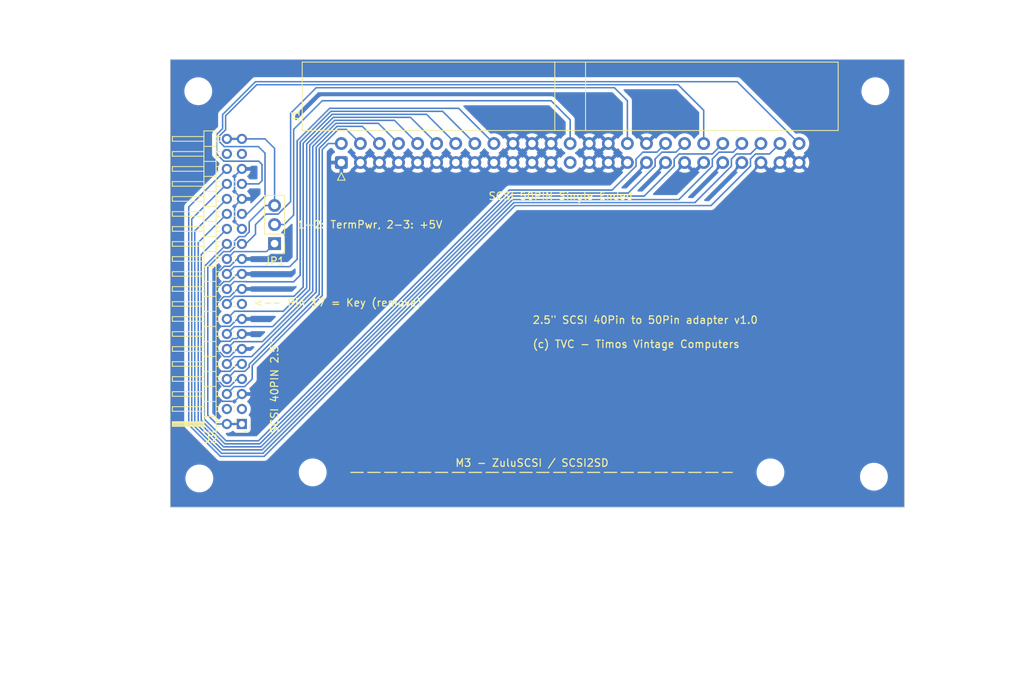
<source format=kicad_pcb>
(kicad_pcb (version 20221018) (generator pcbnew)
  (layers (0 "F.Cu" signal) (31 "B.Cu" signal) (34 "B.Paste" user) (35 "F.Paste" user) (36 "B.SilkS" user "B.Silkscreen") (37 "F.SilkS" user "F.Silkscreen") (38 "B.Mask" user) (39 "F.Mask" user) (44 "Edge.Cuts" user))
  (net 0 "")
  (net 1 "GND")
  (net 2 "Net-(J1-Pin_2)")
  (net 3 "Net-(J1-Pin_4)")
  (net 4 "Net-(J1-Pin_6)")
  (net 5 "Net-(J1-Pin_8)")
  (net 6 "Net-(J1-Pin_10)")
  (net 7 "Net-(J1-Pin_12)")
  (net 8 "Net-(J1-Pin_14)")
  (net 9 "Net-(J1-Pin_16)")
  (net 10 "Net-(J1-Pin_18)")
  (net 12 "+5V")
  (net 13 "Net-(J1-Pin_32)")
  (net 14 "Net-(J1-Pin_36)")
  (net 15 "Net-(J1-Pin_38)")
  (net 16 "Net-(J1-Pin_40)")
  (net 17 "Net-(J1-Pin_42)")
  (net 18 "Net-(J1-Pin_44)")
  (net 19 "Net-(J1-Pin_46)")
  (net 20 "Net-(J1-Pin_48)")
  (net 21 "Net-(J1-Pin_50)")
  (net 25 "Net-(J1-Pin_26)")
  (net 28 "Net-(J2-Pin_24)")
  (footprint "MountingHole:MountingHole_3.2mm_M3" (layer "F.Cu") (at 59.69 71.12)
    (fp_text reference "REF**" hide)
    (fp_text value "MountingHole_3.2mm_M3" hide)
    (pad "" np_thru_hole circle (at 0 0) (size 3.2 3.2) (drill 3.2) (layers "*.Cu" "*.Mask"))
  )
  (footprint "MountingHole:MountingHole_3.2mm_M3" (layer "F.Cu") (at 149.671509 122.493984)
    (fp_text reference "REF**" hide)
    (fp_text value "MountingHole_3.2mm_M3" hide)
    (pad "" np_thru_hole circle (at 0 0) (size 3.2 3.2) (drill 3.2) (layers "*.Cu" "*.Mask"))
  )
  (footprint "Connector_PinHeader_2.54mm:PinHeader_1x03_P2.54mm_Vertical" (layer "F.Cu") (at 69.85 91.425 180)
    (fp_text reference "JP1" (at 0 -2.33) (layer "F.SilkS"))
    (fp_text value "1-2: TermPwr, 2-3: +5V" (at -12.7 2.525) (layer "F.SilkS"))
    (pad "1" thru_hole rect (at 0 0 180) (size 1.7 1.7) (drill 1) (layers "*.Cu" "*.Mask") (net 28 "Net-(J2-Pin_24)"))
    (pad "2" thru_hole oval (at 0 2.54 180) (size 1.7 1.7) (drill 1) (layers "*.Cu" "*.Mask") (net 25 "Net-(J1-Pin_26)"))
    (pad "3" thru_hole oval (at 0 5.08 180) (size 1.7 1.7) (drill 1) (layers "*.Cu" "*.Mask") (net 12 "+5V"))
  )
  (footprint "MountingHole:MountingHole_3.2mm_M3" (layer "F.Cu") (at 74.93 121.92)
    (fp_text reference "M3 - ZuluSCSI / SCSI2SD" (at 29.21 -1.27) (layer "F.SilkS"))
    (fp_text value "MountingHole_3.2mm_M3" hide)
    (pad "" np_thru_hole circle (at 0 0) (size 3.2 3.2) (drill 3.2) (layers "*.Cu" "*.Mask"))
  )
  (footprint "MountingHole:MountingHole_3.2mm_M3" (layer "F.Cu") (at 149.86 71.12)
    (fp_text reference "REF**" hide)
    (fp_text value "MountingHole_3.2mm_M3" hide)
    (pad "" np_thru_hole circle (at 0 0) (size 3.2 3.2) (drill 3.2) (layers "*.Cu" "*.Mask"))
  )
  (footprint "MountingHole:MountingHole_3.2mm_M3" (layer "F.Cu") (at 59.832019 122.725284)
    (fp_text reference "REF**" hide)
    (fp_text value "MountingHole_3.2mm_M3" hide)
    (pad "" np_thru_hole circle (at 0 0) (size 3.2 3.2) (drill 3.2) (layers "*.Cu" "*.Mask"))
  )
  (footprint "Connector_IDC:IDC-Header_2x25_P2.54mm_Horizontal" (layer "F.Cu") (at 78.74 80.6275 90)
    (fp_text reference "J1" (at 6.215 -6.1 90) (layer "F.SilkS"))
    (fp_text value "SCSI 50PIN Single Ended" (at -4.4625 29.21) (layer "F.SilkS"))
    (pad "1" thru_hole roundrect (at 0 0 90) (size 1.7 1.7) (drill 1) (layers "*.Cu" "*.Mask") (roundrect_rratio 0.1470588235) (net 1 "GND"))
    (pad "2" thru_hole circle (at 2.54 0 90) (size 1.7 1.7) (drill 1) (layers "*.Cu" "*.Mask") (net 2 "Net-(J1-Pin_2)"))
    (pad "3" thru_hole circle (at 0 2.54 90) (size 1.7 1.7) (drill 1) (layers "*.Cu" "*.Mask") (net 1 "GND"))
    (pad "4" thru_hole circle (at 2.54 2.54 90) (size 1.7 1.7) (drill 1) (layers "*.Cu" "*.Mask") (net 3 "Net-(J1-Pin_4)"))
    (pad "5" thru_hole circle (at 0 5.08 90) (size 1.7 1.7) (drill 1) (layers "*.Cu" "*.Mask") (net 1 "GND"))
    (pad "6" thru_hole circle (at 2.54 5.08 90) (size 1.7 1.7) (drill 1) (layers "*.Cu" "*.Mask") (net 4 "Net-(J1-Pin_6)"))
    (pad "7" thru_hole circle (at 0 7.62 90) (size 1.7 1.7) (drill 1) (layers "*.Cu" "*.Mask") (net 1 "GND"))
    (pad "8" thru_hole circle (at 2.54 7.62 90) (size 1.7 1.7) (drill 1) (layers "*.Cu" "*.Mask") (net 5 "Net-(J1-Pin_8)"))
    (pad "9" thru_hole circle (at 0 10.16 90) (size 1.7 1.7) (drill 1) (layers "*.Cu" "*.Mask") (net 1 "GND"))
    (pad "10" thru_hole circle (at 2.54 10.16 90) (size 1.7 1.7) (drill 1) (layers "*.Cu" "*.Mask") (net 6 "Net-(J1-Pin_10)"))
    (pad "11" thru_hole circle (at 0 12.7 90) (size 1.7 1.7) (drill 1) (layers "*.Cu" "*.Mask") (net 1 "GND"))
    (pad "12" thru_hole circle (at 2.54 12.7 90) (size 1.7 1.7) (drill 1) (layers "*.Cu" "*.Mask") (net 7 "Net-(J1-Pin_12)"))
    (pad "13" thru_hole circle (at 0 15.24 90) (size 1.7 1.7) (drill 1) (layers "*.Cu" "*.Mask") (net 1 "GND"))
    (pad "14" thru_hole circle (at 2.54 15.24 90) (size 1.7 1.7) (drill 1) (layers "*.Cu" "*.Mask") (net 8 "Net-(J1-Pin_14)"))
    (pad "15" thru_hole circle (at 0 17.78 90) (size 1.7 1.7) (drill 1) (layers "*.Cu" "*.Mask") (net 1 "GND"))
    (pad "16" thru_hole circle (at 2.54 17.78 90) (size 1.7 1.7) (drill 1) (layers "*.Cu" "*.Mask") (net 9 "Net-(J1-Pin_16)"))
    (pad "17" thru_hole circle (at 0 20.32 90) (size 1.7 1.7) (drill 1) (layers "*.Cu" "*.Mask") (net 1 "GND"))
    (pad "18" thru_hole circle (at 2.54 20.32 90) (size 1.7 1.7) (drill 1) (layers "*.Cu" "*.Mask") (net 10 "Net-(J1-Pin_18)"))
    (pad "19" thru_hole circle (at 0 22.86 90) (size 1.7 1.7) (drill 1) (layers "*.Cu" "*.Mask") (net 1 "GND"))
    (pad "20" thru_hole circle (at 2.54 22.86 90) (size 1.7 1.7) (drill 1) (layers "*.Cu" "*.Mask") (net 1 "GND"))
    (pad "21" thru_hole circle (at 0 25.4 90) (size 1.7 1.7) (drill 1) (layers "*.Cu" "*.Mask") (net 1 "GND"))
    (pad "22" thru_hole circle (at 2.54 25.4 90) (size 1.7 1.7) (drill 1) (layers "*.Cu" "*.Mask") (net 1 "GND"))
    (pad "23" thru_hole circle (at 0 27.94 90) (size 1.7 1.7) (drill 1) (layers "*.Cu" "*.Mask") (net 1 "GND"))
    (pad "24" thru_hole circle (at 2.54 27.94 90) (size 1.7 1.7) (drill 1) (layers "*.Cu" "*.Mask") (net 1 "GND"))
    (pad "25" thru_hole circle (at 0 30.48 90) (size 1.7 1.7) (drill 1) (layers "*.Cu" "*.Mask"))
    (pad "26" thru_hole circle (at 2.54 30.48 90) (size 1.7 1.7) (drill 1) (layers "*.Cu" "*.Mask") (net 25 "Net-(J1-Pin_26)"))
    (pad "27" thru_hole circle (at 0 33.02 90) (size 1.7 1.7) (drill 1) (layers "*.Cu" "*.Mask") (net 1 "GND"))
    (pad "28" thru_hole circle (at 2.54 33.02 90) (size 1.7 1.7) (drill 1) (layers "*.Cu" "*.Mask") (net 1 "GND"))
    (pad "29" thru_hole circle (at 0 35.56 90) (size 1.7 1.7) (drill 1) (layers "*.Cu" "*.Mask") (net 1 "GND"))
    (pad "30" thru_hole circle (at 2.54 35.56 90) (size 1.7 1.7) (drill 1) (layers "*.Cu" "*.Mask") (net 1 "GND"))
    (pad "31" thru_hole circle (at 0 38.1 90) (size 1.7 1.7) (drill 1) (layers "*.Cu" "*.Mask") (net 1 "GND"))
    (pad "32" thru_hole circle (at 2.54 38.1 90) (size 1.7 1.7) (drill 1) (layers "*.Cu" "*.Mask") (net 13 "Net-(J1-Pin_32)"))
    (pad "33" thru_hole circle (at 0 40.64 90) (size 1.7 1.7) (drill 1) (layers "*.Cu" "*.Mask") (net 1 "GND"))
    (pad "34" thru_hole circle (at 2.54 40.64 90) (size 1.7 1.7) (drill 1) (layers "*.Cu" "*.Mask") (net 1 "GND"))
    (pad "35" thru_hole circle (at 0 43.18 90) (size 1.7 1.7) (drill 1) (layers "*.Cu" "*.Mask") (net 1 "GND"))
    (pad "36" thru_hole circle (at 2.54 43.18 90) (size 1.7 1.7) (drill 1) (layers "*.Cu" "*.Mask") (net 14 "Net-(J1-Pin_36)"))
    (pad "37" thru_hole circle (at 0 45.72 90) (size 1.7 1.7) (drill 1) (layers "*.Cu" "*.Mask") (net 1 "GND"))
    (pad "38" thru_hole circle (at 2.54 45.72 90) (size 1.7 1.7) (drill 1) (layers "*.Cu" "*.Mask") (net 15 "Net-(J1-Pin_38)"))
    (pad "39" thru_hole circle (at 0 48.26 90) (size 1.7 1.7) (drill 1) (layers "*.Cu" "*.Mask") (net 1 "GND"))
    (pad "40" thru_hole circle (at 2.54 48.26 90) (size 1.7 1.7) (drill 1) (layers "*.Cu" "*.Mask") (net 16 "Net-(J1-Pin_40)"))
    (pad "41" thru_hole circle (at 0 50.8 90) (size 1.7 1.7) (drill 1) (layers "*.Cu" "*.Mask") (net 1 "GND"))
    (pad "42" thru_hole circle (at 2.54 50.8 90) (size 1.7 1.7) (drill 1) (layers "*.Cu" "*.Mask") (net 17 "Net-(J1-Pin_42)"))
    (pad "43" thru_hole circle (at 0 53.34 90) (size 1.7 1.7) (drill 1) (layers "*.Cu" "*.Mask") (net 1 "GND"))
    (pad "44" thru_hole circle (at 2.54 53.34 90) (size 1.7 1.7) (drill 1) (layers "*.Cu" "*.Mask") (net 18 "Net-(J1-Pin_44)"))
    (pad "45" thru_hole circle (at 0 55.88 90) (size 1.7 1.7) (drill 1) (layers "*.Cu" "*.Mask") (net 1 "GND"))
    (pad "46" thru_hole circle (at 2.54 55.88 90) (size 1.7 1.7) (drill 1) (layers "*.Cu" "*.Mask") (net 19 "Net-(J1-Pin_46)"))
    (pad "47" thru_hole circle (at 0 58.42 90) (size 1.7 1.7) (drill 1) (layers "*.Cu" "*.Mask") (net 1 "GND"))
    (pad "48" thru_hole circle (at 2.54 58.42 90) (size 1.7 1.7) (drill 1) (layers "*.Cu" "*.Mask") (net 20 "Net-(J1-Pin_48)"))
    (pad "49" thru_hole circle (at 0 60.96 90) (size 1.7 1.7) (drill 1) (layers "*.Cu" "*.Mask") (net 1 "GND"))
    (pad "50" thru_hole circle (at 2.54 60.96 90) (size 1.7 1.7) (drill 1) (layers "*.Cu" "*.Mask") (net 21 "Net-(J1-Pin_50)"))
  )
  (footprint "Connector_PinHeader_2.00mm:PinHeader_2x20_P2.00mm_Horizontal" (layer "F.Cu") (at 65.5 115.47 180)
    (fp_text reference "J2" (at 4.1 -2) (layer "F.SilkS"))
    (fp_text value "SCSI 40PIN 2.5\"" (at -4.35 4.98 270) (layer "F.SilkS"))
    (pad "1" thru_hole rect (at 0 0 180) (size 1.35 1.35) (drill 0.8) (layers "*.Cu" "*.Mask") (net 12 "+5V"))
    (pad "2" thru_hole oval (at 2 0 180) (size 1.35 1.35) (drill 0.8) (layers "*.Cu" "*.Mask") (net 12 "+5V"))
    (pad "3" thru_hole oval (at 0 2 180) (size 1.35 1.35) (drill 0.8) (layers "*.Cu" "*.Mask"))
    (pad "4" thru_hole oval (at 2 2 180) (size 1.35 1.35) (drill 0.8) (layers "*.Cu" "*.Mask"))
    (pad "5" thru_hole oval (at 0 4 180) (size 1.35 1.35) (drill 0.8) (layers "*.Cu" "*.Mask") (net 1 "GND"))
    (pad "6" thru_hole oval (at 2 4 180) (size 1.35 1.35) (drill 0.8) (layers "*.Cu" "*.Mask") (net 2 "Net-(J1-Pin_2)"))
    (pad "7" thru_hole oval (at 0 6 180) (size 1.35 1.35) (drill 0.8) (layers "*.Cu" "*.Mask") (net 1 "GND"))
    (pad "8" thru_hole oval (at 2 6 180) (size 1.35 1.35) (drill 0.8) (layers "*.Cu" "*.Mask") (net 3 "Net-(J1-Pin_4)"))
    (pad "9" thru_hole oval (at 0 8 180) (size 1.35 1.35) (drill 0.8) (layers "*.Cu" "*.Mask") (net 1 "GND"))
    (pad "10" thru_hole oval (at 2 8 180) (size 1.35 1.35) (drill 0.8) (layers "*.Cu" "*.Mask") (net 4 "Net-(J1-Pin_6)"))
    (pad "11" thru_hole oval (at 0 10 180) (size 1.35 1.35) (drill 0.8) (layers "*.Cu" "*.Mask") (net 1 "GND"))
    (pad "12" thru_hole oval (at 2 10 180) (size 1.35 1.35) (drill 0.8) (layers "*.Cu" "*.Mask") (net 5 "Net-(J1-Pin_8)"))
    (pad "13" thru_hole oval (at 0 12 180) (size 1.35 1.35) (drill 0.8) (layers "*.Cu" "*.Mask") (net 1 "GND"))
    (pad "14" thru_hole oval (at 2 12 180) (size 1.35 1.35) (drill 0.8) (layers "*.Cu" "*.Mask") (net 6 "Net-(J1-Pin_10)"))
    (pad "15" thru_hole oval (at 0 14 180) (size 1.35 1.35) (drill 0.8) (layers "*.Cu" "*.Mask") (net 1 "GND"))
    (pad "16" thru_hole oval (at 2 14 180) (size 1.35 1.35) (drill 0.8) (layers "*.Cu" "*.Mask") (net 7 "Net-(J1-Pin_12)"))
    (pad "17" thru_hole oval (at 0 16 180) (size 1.35 1.35) (drill 0.8) (layers "*.Cu" "*.Mask"))
    (pad "18" thru_hole oval (at 2 16 180) (size 1.35 1.35) (drill 0.8) (layers "*.Cu" "*.Mask") (net 8 "Net-(J1-Pin_14)"))
    (pad "19" thru_hole oval (at 0 18 180) (size 1.35 1.35) (drill 0.8) (layers "*.Cu" "*.Mask") (net 1 "GND"))
    (pad "20" thru_hole oval (at 2 18 180) (size 1.35 1.35) (drill 0.8) (layers "*.Cu" "*.Mask") (net 9 "Net-(J1-Pin_16)"))
    (pad "21" thru_hole oval (at 0 20 180) (size 1.35 1.35) (drill 0.8) (layers "*.Cu" "*.Mask") (net 1 "GND"))
    (pad "22" thru_hole oval (at 2 20 180) (size 1.35 1.35) (drill 0.8) (layers "*.Cu" "*.Mask") (net 10 "Net-(J1-Pin_18)"))
    (pad "23" thru_hole oval (at 0 22 180) (size 1.35 1.35) (drill 0.8) (layers "*.Cu" "*.Mask") (net 1 "GND"))
    (pad "24" thru_hole oval (at 2 22 180) (size 1.35 1.35) (drill 0.8) (layers "*.Cu" "*.Mask") (net 28 "Net-(J2-Pin_24)"))
    (pad "25" thru_hole oval (at 0 24 180) (size 1.35 1.35) (drill 0.8) (layers "*.Cu" "*.Mask") (net 13 "Net-(J1-Pin_32)"))
    (pad "26" thru_hole oval (at 2 24 180) (size 1.35 1.35) (drill 0.8) (layers "*.Cu" "*.Mask") (net 14 "Net-(J1-Pin_36)"))
    (pad "27" thru_hole oval (at 0 26 180) (size 1.35 1.35) (drill 0.8) (layers "*.Cu" "*.Mask") (net 1 "GND"))
    (pad "28" thru_hole oval (at 2 26 180) (size 1.35 1.35) (drill 0.8) (layers "*.Cu" "*.Mask") (net 15 "Net-(J1-Pin_38)"))
    (pad "29" thru_hole oval (at 0 28 180) (size 1.35 1.35) (drill 0.8) (layers "*.Cu" "*.Mask") (net 16 "Net-(J1-Pin_40)"))
    (pad "30" thru_hole oval (at 2 28 180) (size 1.35 1.35) (drill 0.8) (layers "*.Cu" "*.Mask") (net 17 "Net-(J1-Pin_42)"))
    (pad "31" thru_hole oval (at 0 30 180) (size 1.35 1.35) (drill 0.8) (layers "*.Cu" "*.Mask") (net 1 "GND"))
    (pad "32" thru_hole oval (at 2 30 180) (size 1.35 1.35) (drill 0.8) (layers "*.Cu" "*.Mask") (net 18 "Net-(J1-Pin_44)"))
    (pad "33" thru_hole oval (at 0 32 180) (size 1.35 1.35) (drill 0.8) (layers "*.Cu" "*.Mask") (net 21 "Net-(J1-Pin_50)"))
    (pad "34" thru_hole oval (at 2 32 180) (size 1.35 1.35) (drill 0.8) (layers "*.Cu" "*.Mask") (net 19 "Net-(J1-Pin_46)"))
    (pad "35" thru_hole oval (at 0 34 180) (size 1.35 1.35) (drill 0.8) (layers "*.Cu" "*.Mask") (net 1 "GND"))
    (pad "36" thru_hole oval (at 2 34 180) (size 1.35 1.35) (drill 0.8) (layers "*.Cu" "*.Mask") (net 20 "Net-(J1-Pin_48)"))
    (pad "37" thru_hole oval (at 0 36 180) (size 1.35 1.35) (drill 0.8) (layers "*.Cu" "*.Mask"))
    (pad "38" thru_hole oval (at 2 36 180) (size 1.35 1.35) (drill 0.8) (layers "*.Cu" "*.Mask"))
    (pad "39" thru_hole oval (at 0 38 180) (size 1.35 1.35) (drill 0.8) (layers "*.Cu" "*.Mask") (net 12 "+5V"))
    (pad "40" thru_hole oval (at 2 38 180) (size 1.35 1.35) (drill 0.8) (layers "*.Cu" "*.Mask") (net 12 "+5V"))
  )
  (footprint "MountingHole:MountingHole_3.2mm_M3" (layer "F.Cu") (at 135.89 121.92)
    (fp_text reference "REF**" hide)
    (fp_text value "MountingHole_3.2mm_M3" hide)
    (pad "" np_thru_hole circle (at 0 0) (size 3.2 3.2) (drill 3.2) (layers "*.Cu" "*.Mask"))
  )
  (gr_line (start 80.01 121.92) (end 130.81 121.92) (stroke (width 0.15) (type dash)) (layer "F.SilkS"))
  (gr_rect (start 55.958467 66.882012) (end 153.748467 126.572012) (stroke (width 0.1)) (fill none) (layer "Edge.Cuts"))
  (gr_text "2.5{dblquote} SCSI 40Pin to 50Pin adapter v1.0\n\n(c) TVC - Timos Vintage Computers" (at 104.14 105.41) (layer "F.SilkS") (effects (font (size 1 1)) (justify left bottom)))
  (gr_text "<-- Pin 17 = Key (remove)" (at 66.997114 99.888497) (layer "F.SilkS") (effects (font (size 1 1)) (justify left bottom)))
  (segment (start 63.096141 98.495) (end 62.380571 99.210571) (width 0.2) (layer "B.Cu") (net 1))
  (segment (start 63.096141 110.445) (end 62.23 109.578859) (width 0.2) (layer "B.Cu") (net 1))
  (segment (start 62.23 111.76) (end 62.23 109.578859) (width 0.2) (layer "B.Cu") (net 1))
  (segment (start 63.853859 96.495) (end 63.096141 96.495) (width 0.2) (layer "B.Cu") (net 1))
  (segment (start 65.5 109.47) (end 64.878859 109.47) (width 0.2) (layer "B.Cu") (net 1))
  (segment (start 62.380571 97.21057) (end 62.23 97.361141) (width 0.2) (layer "B.Cu") (net 1))
  (segment (start 62.535 104.445) (end 62.23 104.14) (width 0.2) (layer "B.Cu") (net 1))
  (segment (start 62.915 112.445) (end 62.23 111.76) (width 0.2) (layer "B.Cu") (net 1))
  (segment (start 65.5 85.47) (end 64.525 86.445) (width 0.2) (layer "B.Cu") (net 1))
  (segment (start 65.5 103.41) (end 64.815 104.095) (width 0.2) (layer "B.Cu") (net 1))
  (segment (start 62.380571 99.210571) (end 62.23 99.361141) (width 0.2) (layer "B.Cu") (net 1))
  (segment (start 65.5 93.47) (end 64.878859 93.47) (width 0.2) (layer "B.Cu") (net 1))
  (segment (start 63.903859 104.445) (end 62.535 104.445) (width 0.2) (layer "B.Cu") (net 1))
  (segment (start 64.525 84.495) (end 65.5 85.47) (width 0.2) (layer "B.Cu") (net 1))
  (segment (start 64.9 101.47) (end 65.5 101.47) (width 0.2) (layer "B.Cu") (net 1))
  (segment (start 64.928859 97.47) (end 63.903859 98.495) (width 0.2) (layer "B.Cu") (net 1))
  (segment (start 64.878859 95.47) (end 63.853859 96.495) (width 0.2) (layer "B.Cu") (net 1))
  (segment (start 65.5 105.47) (end 64.878859 105.47) (width 0.2) (layer "B.Cu") (net 1))
  (segment (start 63.146141 94.445) (end 62.23 95.361141) (width 0.2) (layer "B.Cu") (net 1))
  (segment (start 62.23 109.578859) (end 62.23 107.95) (width 0.2) (layer "B.Cu") (net 1))
  (segment (start 62.23 105.578859) (end 62.23 105.41) (width 0.2) (layer "B.Cu") (net 1))
  (segment (start 63.146141 106.495) (end 62.23 105.578859) (width 0.2) (layer "B.Cu") (net 1))
  (segment (start 64.878859 109.47) (end 63.903859 110.445) (width 0.2) (layer "B.Cu") (net 1))
  (segment (start 64.815 104.095) (end 64.253859 104.095) (width 0.2) (layer "B.Cu") (net 1))
  (segment (start 64.878859 107.47) (end 63.903859 108.445) (width 0.2) (layer "B.Cu") (net 1))
  (segment (start 64.525 112.445) (end 62.915 112.445) (width 0.2) (layer "B.Cu") (net 1))
  (segment (start 64.253859 104.095) (end 63.903859 104.445) (width 0.2) (layer "B.Cu") (net 1))
  (segment (start 65.5 97.47) (end 64.928859 97.47) (width 0.2) (layer "B.Cu") (net 1))
  (segment (start 63.903859 110.445) (end 63.096141 110.445) (width 0.2) (layer "B.Cu") (net 1))
  (segment (start 62.23 99.361141) (end 62.23 102.445) (width 0.2) (layer "B.Cu") (net 1))
  (segment (start 62.23 105.41) (end 62.23 104.14) (width 0.2) (layer "B.Cu") (net 1))
  (segment (start 62.23 102.445) (end 63.096141 102.445) (width 0.2) (layer "B.Cu") (net 1))
  (segment (start 64.525 88.495) (end 65.5 89.47) (width 0.2) (layer "B.Cu") (net 1))
  (segment (start 64.878859 93.47) (end 63.903859 94.445) (width 0.2) (layer "B.Cu") (net 1))
  (segment (start 64.525 82.445) (end 64.525 84.495) (width 0.2) (layer "B.Cu") (net 1))
  (segment (start 62.23 104.14) (end 62.23 102.445) (width 0.2) (layer "B.Cu") (net 1))
  (segment (start 62.23 97.361141) (end 62.23 99.210571) (width 0.2) (layer "B.Cu") (net 1))
  (segment (start 63.853859 106.495) (end 63.146141 106.495) (width 0.2) (layer "B.Cu") (net 1))
  (segment (start 65.5 103.47) (end 65.5 103.41) (width 0.2) (layer "B.Cu") (net 1))
  (segment (start 62.23 107.95) (end 62.23 105.41) (width 0.2) (layer "B.Cu") (net 1))
  (segment (start 63.925 102.445) (end 64.9 101.47) (width 0.2) (layer "B.Cu") (net 1))
  (segment (start 65.5 107.47) (end 64.878859 107.47) (width 0.2) (layer "B.Cu") (net 1))
  (segment (start 65.5 95.47) (end 64.878859 95.47) (width 0.2) (layer "B.Cu") (net 1))
  (segment (start 63.903859 94.445) (end 63.146141 94.445) (width 0.2) (layer "B.Cu") (net 1))
  (segment (start 65.5 81.47) (end 64.525 82.445) (width 0.2) (layer "B.Cu") (net 1))
  (segment (start 62.725 108.445) (end 62.23 107.95) (width 0.2) (layer "B.Cu") (net 1))
  (segment (start 62.23 97.059999) (end 62.380571 97.21057) (width 0.2) (layer "B.Cu") (net 1))
  (segment (start 63.096141 102.445) (end 63.925 102.445) (width 0.2) (layer "B.Cu") (net 1))
  (segment (start 63.903859 108.445) (end 62.725 108.445) (width 0.2) (layer "B.Cu") (net 1))
  (segment (start 64.525 86.445) (end 64.525 88.495) (width 0.2) (layer "B.Cu") (net 1))
  (segment (start 62.23 95.361141) (end 62.23 97.059999) (width 0.2) (layer "B.Cu") (net 1))
  (segment (start 64.878859 105.47) (end 63.853859 106.495) (width 0.2) (layer "B.Cu") (net 1))
  (segment (start 63.903859 98.495) (end 63.096141 98.495) (width 0.2) (layer "B.Cu") (net 1))
  (segment (start 63.096141 96.495) (end 62.23 97.361141) (width 0.2) (layer "B.Cu") (net 1))
  (segment (start 65.5 111.47) (end 64.525 112.445) (width 0.2) (layer "B.Cu") (net 1))
  (segment (start 77.018186 78.0875) (end 76.2 78.905686) (width 0.2) (layer "B.Cu") (net 2))
  (segment (start 65.858859 110.49) (end 64.48 110.49) (width 0.2) (layer "B.Cu") (net 2))
  (segment (start 76.2 78.905686) (end 76.2 98.355686) (width 0.2) (layer "B.Cu") (net 2))
  (segment (start 66.875 109.473859) (end 65.858859 110.49) (width 0.2) (layer "B.Cu") (net 2))
  (segment (start 66.875 107.680686) (end 66.875 109.473859) (width 0.2) (layer "B.Cu") (net 2))
  (segment (start 78.74 78.0875) (end 77.018186 78.0875) (width 0.2) (layer "B.Cu") (net 2))
  (segment (start 76.2 98.355686) (end 66.875 107.680686) (width 0.2) (layer "B.Cu") (net 2))
  (segment (start 64.48 110.49) (end 63.5 111.47) (width 0.2) (layer "B.Cu") (net 2))
  (segment (start 75.8 98.19) (end 66.475 107.515) (width 0.2) (layer "B.Cu") (net 3))
  (segment (start 75.8 78.74) (end 75.8 98.19) (width 0.2) (layer "B.Cu") (net 3))
  (segment (start 66.475 107.873859) (end 65.903859 108.445) (width 0.2) (layer "B.Cu") (net 3))
  (segment (start 66.475 107.515) (end 66.475 107.873859) (width 0.2) (layer "B.Cu") (net 3))
  (segment (start 64.525 108.445) (end 63.5 109.47) (width 0.2) (layer "B.Cu") (net 3))
  (segment (start 78.34 76.2) (end 75.8 78.74) (width 0.2) (layer "B.Cu") (net 3))
  (segment (start 81.28 78.0875) (end 79.3925 76.2) (width 0.2) (layer "B.Cu") (net 3))
  (segment (start 79.3925 76.2) (end 78.34 76.2) (width 0.2) (layer "B.Cu") (net 3))
  (segment (start 65.903859 108.445) (end 64.525 108.445) (width 0.2) (layer "B.Cu") (net 3))
  (segment (start 78.174314 75.8) (end 75.4 78.574315) (width 0.2) (layer "B.Cu") (net 4))
  (segment (start 75.4 97.885685) (end 66.790685 106.495) (width 0.2) (layer "B.Cu") (net 4))
  (segment (start 81.5325 75.8) (end 78.174314 75.8) (width 0.2) (layer "B.Cu") (net 4))
  (segment (start 66.790685 106.495) (end 64.475 106.495) (width 0.2) (layer "B.Cu") (net 4))
  (segment (start 75.4 78.574315) (end 75.4 97.885685) (width 0.2) (layer "B.Cu") (net 4))
  (segment (start 83.82 78.0875) (end 81.5325 75.8) (width 0.2) (layer "B.Cu") (net 4))
  (segment (start 64.475 106.495) (end 63.5 107.47) (width 0.2) (layer "B.Cu") (net 4))
  (segment (start 68.225 104.495) (end 64.475 104.495) (width 0.2) (layer "B.Cu") (net 5))
  (segment (start 74.93 97.79) (end 68.225 104.495) (width 0.2) (layer "B.Cu") (net 5))
  (segment (start 64.475 104.495) (end 63.5 105.47) (width 0.2) (layer "B.Cu") (net 5))
  (segment (start 78.008628 75.4) (end 74.93 78.478628) (width 0.2) (layer "B.Cu") (net 5))
  (segment (start 74.93 78.478628) (end 74.93 97.79) (width 0.2) (layer "B.Cu") (net 5))
  (segment (start 83.6725 75.4) (end 78.008628 75.4) (width 0.2) (layer "B.Cu") (net 5))
  (segment (start 86.36 78.0875) (end 83.6725 75.4) (width 0.2) (layer "B.Cu") (net 5))
  (segment (start 85.8125 75) (end 77.842942 75) (width 0.2) (layer "B.Cu") (net 6))
  (segment (start 69.59 102.495) (end 64.475 102.495) (width 0.2) (layer "B.Cu") (net 6))
  (segment (start 74.53 97.555) (end 69.59 102.495) (width 0.2) (layer "B.Cu") (net 6))
  (segment (start 64.475 102.495) (end 63.5 103.47) (width 0.2) (layer "B.Cu") (net 6))
  (segment (start 77.842942 75) (end 74.53 78.312943) (width 0.2) (layer "B.Cu") (net 6))
  (segment (start 88.9 78.0875) (end 85.8125 75) (width 0.2) (layer "B.Cu") (net 6))
  (segment (start 74.53 78.312943) (end 74.53 97.555) (width 0.2) (layer "B.Cu") (net 6))
  (segment (start 91.44 78.0875) (end 87.9525 74.6) (width 0.2) (layer "B.Cu") (net 7))
  (segment (start 64.525 100.445) (end 63.5 101.47) (width 0.2) (layer "B.Cu") (net 7))
  (segment (start 71.005 100.445) (end 64.525 100.445) (width 0.2) (layer "B.Cu") (net 7))
  (segment (start 74.13 78.147258) (end 74.13 97.32) (width 0.2) (layer "B.Cu") (net 7))
  (segment (start 87.9525 74.6) (end 77.677256 74.6) (width 0.2) (layer "B.Cu") (net 7))
  (segment (start 77.677256 74.6) (end 74.13 78.147258) (width 0.2) (layer "B.Cu") (net 7))
  (segment (start 74.13 97.32) (end 71.005 100.445) (width 0.2) (layer "B.Cu") (net 7))
  (segment (start 64.525 98.445) (end 63.5 99.47) (width 0.2) (layer "B.Cu") (net 8))
  (segment (start 73.66 97.224314) (end 72.439314 98.445) (width 0.2) (layer "B.Cu") (net 8))
  (segment (start 73.66 78.05157) (end 73.66 97.224314) (width 0.2) (layer "B.Cu") (net 8))
  (segment (start 77.51157 74.2) (end 73.66 78.05157) (width 0.2) (layer "B.Cu") (net 8))
  (segment (start 90.0925 74.2) (end 77.51157 74.2) (width 0.2) (layer "B.Cu") (net 8))
  (segment (start 93.98 78.0875) (end 90.0925 74.2) (width 0.2) (layer "B.Cu") (net 8))
  (segment (start 72.439314 98.445) (end 64.525 98.445) (width 0.2) (layer "B.Cu") (net 8))
  (segment (start 72.39 96.52) (end 66.09 96.52) (width 0.2) (layer "B.Cu") (net 9))
  (segment (start 73.26 95.65) (end 72.39 96.52) (width 0.2) (layer "B.Cu") (net 9))
  (segment (start 66.065 96.495) (end 64.475 96.495) (width 0.2) (layer "B.Cu") (net 9))
  (segment (start 64.475 96.495) (end 63.5 97.47) (width 0.2) (layer "B.Cu") (net 9))
  (segment (start 77.345884 73.8) (end 73.26 77.885885) (width 0.2) (layer "B.Cu") (net 9))
  (segment (start 73.26 77.885885) (end 73.26 95.65) (width 0.2) (layer "B.Cu") (net 9))
  (segment (start 66.09 96.52) (end 66.065 96.495) (width 0.2) (layer "B.Cu") (net 9))
  (segment (start 92.2325 73.8) (end 77.345884 73.8) (width 0.2) (layer "B.Cu") (net 9))
  (segment (start 96.52 78.0875) (end 92.2325 73.8) (width 0.2) (layer "B.Cu") (net 9))
  (segment (start 63.5 95.47) (end 64.475 94.495) (width 0.2) (layer "B.Cu") (net 10))
  (segment (start 64.475 94.495) (end 71.875 94.495) (width 0.2) (layer "B.Cu") (net 10))
  (segment (start 71.875 94.495) (end 72.86 93.51) (width 0.2) (layer "B.Cu") (net 10))
  (segment (start 72.86 93.51) (end 72.86 77.7202) (width 0.2) (layer "B.Cu") (net 10))
  (segment (start 72.86 77.7202) (end 77.180198 73.4) (width 0.2) (layer "B.Cu") (net 10))
  (segment (start 77.180198 73.4) (end 94.3725 73.4) (width 0.2) (layer "B.Cu") (net 10))
  (segment (start 94.3725 73.4) (end 99.06 78.0875) (width 0.2) (layer "B.Cu") (net 10))
  (segment (start 69.85 78.74) (end 68.58 77.47) (width 0.2) (layer "B.Cu") (net 12))
  (segment (start 63.5 77.47) (end 65.5 77.47) (width 0.3) (layer "B.Cu") (net 12))
  (segment (start 65.096141 90.495) (end 64.525 91.066141) (width 0.2) (layer "B.Cu") (net 12))
  (segment (start 69.85 86.345) (end 68.647919 86.345) (width 0.2) (layer "B.Cu") (net 12))
  (segment (start 65.853859 90.495) (end 65.096141 90.495) (width 0.2) (layer "B.Cu") (net 12))
  (segment (start 63.040686 92.495) (end 60.96 94.575686) (width 0.2) (layer "B.Cu") (net 12))
  (segment (start 69.85 86.345) (end 69.85 78.74) (width 0.2) (layer "B.Cu") (net 12))
  (segment (start 60.96 94.575686) (end 60.96 114.3) (width 0.2) (layer "B.Cu") (net 12))
  (segment (start 66.475 89.873859) (end 65.853859 90.495) (width 0.2) (layer "B.Cu") (net 12))
  (segment (start 64.525 91.879315) (end 63.909315 92.495) (width 0.2) (layer "B.Cu") (net 12))
  (segment (start 64.525 91.066141) (end 64.525 91.879315) (width 0.2) (layer "B.Cu") (net 12))
  (segment (start 62.13 115.47) (end 63.5 115.47) (width 0.2) (layer "B.Cu") (net 12))
  (segment (start 65.5 115.47) (end 63.5 115.47) (width 0.3) (layer "B.Cu") (net 12))
  (segment (start 68.647919 86.345) (end 66.475 88.517919) (width 0.2) (layer "B.Cu") (net 12))
  (segment (start 68.58 77.47) (end 65.5 77.47) (width 0.2) (layer "B.Cu") (net 12))
  (segment (start 60.96 114.3) (end 62.13 115.47) (width 0.2) (layer "B.Cu") (net 12))
  (segment (start 63.909315 92.495) (end 63.040686 92.495) (width 0.2) (layer "B.Cu") (net 12))
  (segment (start 66.475 88.517919) (end 66.475 89.873859) (width 0.2) (layer "B.Cu") (net 12))
  (segment (start 116.84 72.39) (end 115.1 70.65) (width 0.2) (layer "B.Cu") (net 13))
  (segment (start 75.4 70.65) (end 71.99 74.06) (width 0.2) (layer "B.Cu") (net 13))
  (segment (start 116.84 78.0875) (end 116.84 72.39) (width 0.2) (layer "B.Cu") (net 13))
  (segment (start 68.715 87.495) (end 67.31 88.9) (width 0.2) (layer "B.Cu") (net 13))
  (segment (start 67.31 90.17) (end 66.01 91.47) (width 0.2) (layer "B.Cu") (net 13))
  (segment (start 71.99 85.831346) (end 70.326346 87.495) (width 0.2) (layer "B.Cu") (net 13))
  (segment (start 115.1 70.65) (end 75.4 70.65) (width 0.2) (layer "B.Cu") (net 13))
  (segment (start 70.326346 87.495) (end 68.715 87.495) (width 0.2) (layer "B.Cu") (net 13))
  (segment (start 66.01 91.47) (end 65.5 91.47) (width 0.2) (layer "B.Cu") (net 13))
  (segment (start 71.99 74.06) (end 71.99 85.831346) (width 0.2) (layer "B.Cu") (net 13))
  (segment (start 67.31 88.9) (end 67.31 90.17) (width 0.2) (layer "B.Cu") (net 13))
  (segment (start 114.803846 84.29) (end 101.129999 84.29) (width 0.2) (layer "B.Cu") (net 14))
  (segment (start 60.49 114.81157) (end 60.49 94.48) (width 0.2) (layer "B.Cu") (net 14))
  (segment (start 120.77 79.2375) (end 118.903654 79.2375) (width 0.2) (layer "B.Cu") (net 14))
  (segment (start 63.38843 117.71) (end 60.49 114.81157) (width 0.2) (layer "B.Cu") (net 14))
  (segment (start 117.99 80.151154) (end 117.99 81.103846) (width 0.2) (layer "B.Cu") (net 14))
  (segment (start 60.49 94.48) (end 63.5 91.47) (width 0.2) (layer "B.Cu") (net 14))
  (segment (start 117.99 81.103846) (end 114.803846 84.29) (width 0.2) (layer "B.Cu") (net 14))
  (segment (start 67.71 117.71) (end 63.38843 117.71) (width 0.2) (layer "B.Cu") (net 14))
  (segment (start 118.903654 79.2375) (end 117.99 80.151154) (width 0.2) (layer "B.Cu") (net 14))
  (segment (start 121.92 78.0875) (end 120.77 79.2375) (width 0.2) (layer "B.Cu") (net 14))
  (segment (start 101.129999 84.29) (end 67.71 117.71) (width 0.2) (layer "B.Cu") (net 14))
  (segment (start 120.53 81.103846) (end 116.943846 84.69) (width 0.2) (layer "B.Cu") (net 15))
  (segment (start 60.09 114.977256) (end 60.09 92.88) (width 0.2) (layer "B.Cu") (net 15))
  (segment (start 116.943846 84.69) (end 101.295685 84.69) (width 0.2) (layer "B.Cu") (net 15))
  (segment (start 63.222744 118.11) (end 60.09 114.977256) (width 0.2) (layer "B.Cu") (net 15))
  (segment (start 121.443654 79.2375) (end 120.53 80.151154) (width 0.2) (layer "B.Cu") (net 15))
  (segment (start 60.09 92.88) (end 63.5 89.47) (width 0.2) (layer "B.Cu") (net 15))
  (segment (start 120.53 80.151154) (end 120.53 81.103846) (width 0.2) (layer "B.Cu") (net 15))
  (segment (start 124.46 78.0875) (end 123.31 79.2375) (width 0.2) (layer "B.Cu") (net 15))
  (segment (start 101.295685 84.69) (end 67.875686 118.11) (width 0.2) (layer "B.Cu") (net 15))
  (segment (start 123.31 79.2375) (end 121.443654 79.2375) (width 0.2) (layer "B.Cu") (net 15))
  (segment (start 67.875686 118.11) (end 63.222744 118.11) (width 0.2) (layer "B.Cu") (net 15))
  (segment (start 62.525 77.873859) (end 62.525 77.066141) (width 0.2) (layer "B.Cu") (net 16))
  (segment (start 67.7 78.495) (end 63.146141 78.495) (width 0.2) (layer "B.Cu") (net 16))
  (segment (start 68.58 85.09) (end 68.58 79.375) (width 0.2) (layer "B.Cu") (net 16))
  (segment (start 62.525 77.066141) (end 63.330455 76.260686) (width 0.2) (layer "B.Cu") (net 16))
  (segment (start 63.330455 76.260686) (end 63.330455 74.395231) (width 0.2) (layer "B.Cu") (net 16))
  (segment (start 63.330455 74.395231) (end 67.475686 70.25) (width 0.2) (layer "B.Cu") (net 16))
  (segment (start 127 73.66) (end 127 78.0875) (width 0.2) (layer "B.Cu") (net 16))
  (segment (start 66.2 87.47) (end 68.58 85.09) (width 0.2) (layer "B.Cu") (net 16))
  (segment (start 65.5 87.47) (end 66.2 87.47) (width 0.2) (layer "B.Cu") (net 16))
  (segment (start 67.475686 70.25) (end 123.59 70.25) (width 0.2) (layer "B.Cu") (net 16))
  (segment (start 68.58 79.375) (end 67.7 78.495) (width 0.2) (layer "B.Cu") (net 16))
  (segment (start 63.146141 78.495) (end 62.525 77.873859) (width 0.2) (layer "B.Cu") (net 16))
  (segment (start 123.59 70.25) (end 127 73.66) (width 0.2) (layer "B.Cu") (net 16))
  (segment (start 63.057058 118.51) (end 59.69 115.142942) (width 0.2) (layer "B.Cu") (net 17))
  (segment (start 59.69 91.28) (end 63.5 87.47) (width 0.2) (layer "B.Cu") (net 17))
  (segment (start 68.041371 118.51) (end 63.057058 118.51) (width 0.2) (layer "B.Cu") (net 17))
  (segment (start 128.15 79.4775) (end 123.743654 79.4775) (width 0.2) (layer "B.Cu") (net 17))
  (segment (start 59.69 115.142942) (end 59.69 91.28) (width 0.2) (layer "B.Cu") (net 17))
  (segment (start 123.07 80.151154) (end 123.07 81.103846) (width 0.2) (layer "B.Cu") (net 17))
  (segment (start 119.083846 85.09) (end 101.461371 85.09) (width 0.2) (layer "B.Cu") (net 17))
  (segment (start 101.461371 85.09) (end 68.041371 118.51) (width 0.2) (layer "B.Cu") (net 17))
  (segment (start 123.07 81.103846) (end 119.083846 85.09) (width 0.2) (layer "B.Cu") (net 17))
  (segment (start 123.743654 79.4775) (end 123.07 80.151154) (width 0.2) (layer "B.Cu") (net 17))
  (segment (start 129.54 78.0875) (end 128.15 79.4775) (width 0.2) (layer "B.Cu") (net 17))
  (segment (start 59.22 115.238628) (end 59.22 89.75) (width 0.2) (layer "B.Cu") (net 18))
  (segment (start 123.693846 85.56) (end 101.557058 85.56) (width 0.2) (layer "B.Cu") (net 18))
  (segment (start 101.557058 85.56) (end 68.207056 118.91) (width 0.2) (layer "B.Cu") (net 18))
  (segment (start 68.207056 118.91) (end 62.891372 118.91) (width 0.2) (layer "B.Cu") (net 18))
  (segment (start 132.08 78.0875) (end 130.93 79.2375) (width 0.2) (layer "B.Cu") (net 18))
  (segment (start 130.93 79.2375) (end 129.063654 79.2375) (width 0.2) (layer "B.Cu") (net 18))
  (segment (start 129.063654 79.2375) (end 128.15 80.151154) (width 0.2) (layer "B.Cu") (net 18))
  (segment (start 62.891372 118.91) (end 59.22 115.238628) (width 0.2) (layer "B.Cu") (net 18))
  (segment (start 128.15 80.151154) (end 128.15 81.103846) (width 0.2) (layer "B.Cu") (net 18))
  (segment (start 59.22 89.75) (end 63.5 85.47) (width 0.2) (layer "B.Cu") (net 18))
  (segment (start 128.15 81.103846) (end 123.693846 85.56) (width 0.2) (layer "B.Cu") (net 18))
  (segment (start 68.302744 119.38) (end 62.795686 119.38) (width 0.2) (layer "B.Cu") (net 19))
  (segment (start 58.82 115.404314) (end 58.82 88.15) (width 0.2) (layer "B.Cu") (net 19))
  (segment (start 130.69 81.103846) (end 125.833846 85.96) (width 0.2) (layer "B.Cu") (net 19))
  (segment (start 125.833846 85.96) (end 101.722744 85.96) (width 0.2) (layer "B.Cu") (net 19))
  (segment (start 58.82 88.15) (end 63.5 83.47) (width 0.2) (layer "B.Cu") (net 19))
  (segment (start 133.23 79.4775) (end 131.363654 79.4775) (width 0.2) (layer "B.Cu") (net 19))
  (segment (start 131.363654 79.4775) (end 130.69 80.151154) (width 0.2) (layer "B.Cu") (net 19))
  (segment (start 130.69 80.151154) (end 130.69 81.103846) (width 0.2) (layer "B.Cu") (net 19))
  (segment (start 134.62 78.0875) (end 133.23 79.4775) (width 0.2) (layer "B.Cu") (net 19))
  (segment (start 62.795686 119.38) (end 58.82 115.404314) (width 0.2) (layer "B.Cu") (net 19))
  (segment (start 101.722744 85.96) (end 68.302744 119.38) (width 0.2) (layer "B.Cu") (net 19))
  (segment (start 135.77 79.4775) (end 133.903654 79.4775) (width 0.2) (layer "B.Cu") (net 20))
  (segment (start 62.63 119.78) (end 58.42 115.57) (width 0.2) (layer "B.Cu") (net 20))
  (segment (start 137.16 78.0875) (end 135.77 79.4775) (width 0.2) (layer "B.Cu") (net 20))
  (segment (start 133.23 80.151154) (end 133.23 81.103846) (width 0.2) (layer "B.Cu") (net 20))
  (segment (start 127.973846 86.36) (end 101.88843 86.36) (width 0.2) (layer "B.Cu") (net 20))
  (segment (start 101.88843 86.36) (end 68.46843 119.78) (width 0.2) (layer "B.Cu") (net 20))
  (segment (start 68.46843 119.78) (end 62.63 119.78) (width 0.2) (layer "B.Cu") (net 20))
  (segment (start 133.23 81.103846) (end 127.973846 86.36) (width 0.2) (layer "B.Cu") (net 20))
  (segment (start 58.42 115.57) (end 58.42 86.55) (width 0.2) (layer "B.Cu") (net 20))
  (segment (start 58.42 86.55) (end 63.5 81.47) (width 0.2) (layer "B.Cu") (net 20))
  (segment (start 133.903654 79.4775) (end 133.23 80.151154) (width 0.2) (layer "B.Cu") (net 20))
  (segment (start 67.755 83.47) (end 65.5 83.47) (width 0.2) (layer "B.Cu") (net 21))
  (segment (start 67.31 69.85) (end 62.930455 74.229545) (width 0.2) (layer "B.Cu") (net 21))
  (segment (start 67.745 80.445) (end 68.18 80.88) (width 0.2) (layer "B.Cu") (net 21))
  (segment (start 62.125 79.473859) (end 63.096141 80.445) (width 0.2) (layer "B.Cu") (net 21))
  (segment (start 63.096141 80.445) (end 67.745 80.445) (width 0.2) (layer "B.Cu") (net 21))
  (segment (start 62.930455 74.229545) (end 62.930455 76.095) (width 0.2) (layer "B.Cu") (net 21))
  (segment (start 139.7 78.0875) (end 131.4625 69.85) (width 0.2) (layer "B.Cu") (net 21))
  (segment (start 131.4625 69.85) (end 67.31 69.85) (width 0.2) (layer "B.Cu") (net 21))
  (segment (start 62.125 76.900455) (end 62.125 79.473859) (width 0.2) (layer "B.Cu") (net 21))
  (segment (start 68.18 80.88) (end 68.18 83.045) (width 0.2) (layer "B.Cu") (net 21))
  (segment (start 68.18 83.045) (end 67.755 83.47) (width 0.2) (layer "B.Cu") (net 21))
  (segment (start 62.930455 76.095) (end 62.125 76.900455) (width 0.2) (layer "B.Cu") (net 21))
  (segment (start 76.2 72.39) (end 72.39 76.2) (width 0.2) (layer "B.Cu") (net 25))
  (segment (start 109.22 74.93) (end 106.68 72.39) (width 0.2) (layer "B.Cu") (net 25))
  (segment (start 72.39 87.63) (end 71.135 88.885) (width 0.2) (layer "B.Cu") (net 25))
  (segment (start 109.22 78.0875) (end 109.22 74.93) (width 0.2) (layer "B.Cu") (net 25))
  (segment (start 106.68 72.39) (end 76.2 72.39) (width 0.2) (layer "B.Cu") (net 25))
  (segment (start 72.39 76.2) (end 72.39 87.63) (width 0.2) (layer "B.Cu") (net 25))
  (segment (start 71.135 88.885) (end 69.85 88.885) (width 0.2) (layer "B.Cu") (net 25))
  (segment (start 64.475 92.495) (end 68.78 92.495) (width 0.2) (layer "B.Cu") (net 28))
  (segment (start 68.78 92.495) (end 69.85 91.425) (width 0.2) (layer "B.Cu") (net 28))
  (segment (start 63.5 93.47) (end 64.475 92.495) (width 0.2) (layer "B.Cu") (net 28))
  (zone (net 1) (net_name "GND") (layer "B.Cu") (connect_pads (clearance 0.5)) (min_thickness 0.25) (fill yes (thermal_gap 0.5) (thermal_bridge_width 0.5))
    (polygon (pts (xy 55.929332 66.851761) (xy 153.719332 66.851761) (xy 153.719332 126.541761) (xy 55.929332 126.541761)))
  )
)
</source>
